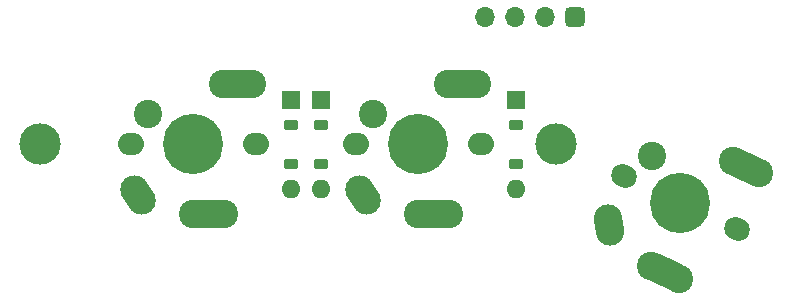
<source format=gbs>
G04 #@! TF.GenerationSoftware,KiCad,Pcbnew,7.0.5*
G04 #@! TF.CreationDate,2023-08-14T09:41:47+08:00*
G04 #@! TF.ProjectId,LT,4c542e6b-6963-4616-945f-706362585858,rev?*
G04 #@! TF.SameCoordinates,Original*
G04 #@! TF.FileFunction,Soldermask,Bot*
G04 #@! TF.FilePolarity,Negative*
%FSLAX46Y46*%
G04 Gerber Fmt 4.6, Leading zero omitted, Abs format (unit mm)*
G04 Created by KiCad (PCBNEW 7.0.5) date 2023-08-14 09:41:47*
%MOMM*%
%LPD*%
G01*
G04 APERTURE LIST*
G04 Aperture macros list*
%AMRoundRect*
0 Rectangle with rounded corners*
0 $1 Rounding radius*
0 $2 $3 $4 $5 $6 $7 $8 $9 X,Y pos of 4 corners*
0 Add a 4 corners polygon primitive as box body*
4,1,4,$2,$3,$4,$5,$6,$7,$8,$9,$2,$3,0*
0 Add four circle primitives for the rounded corners*
1,1,$1+$1,$2,$3*
1,1,$1+$1,$4,$5*
1,1,$1+$1,$6,$7*
1,1,$1+$1,$8,$9*
0 Add four rect primitives between the rounded corners*
20,1,$1+$1,$2,$3,$4,$5,0*
20,1,$1+$1,$4,$5,$6,$7,0*
20,1,$1+$1,$6,$7,$8,$9,0*
20,1,$1+$1,$8,$9,$2,$3,0*%
%AMHorizOval*
0 Thick line with rounded ends*
0 $1 width*
0 $2 $3 position (X,Y) of the first rounded end (center of the circle)*
0 $4 $5 position (X,Y) of the second rounded end (center of the circle)*
0 Add line between two ends*
20,1,$1,$2,$3,$4,$5,0*
0 Add two circle primitives to create the rounded ends*
1,1,$1,$2,$3*
1,1,$1,$4,$5*%
%AMOutline4P*
0 Free polygon, 4 corners , with rotation*
0 The origin of the aperture is its center*
0 number of corners: always 4*
0 $1 to $8 corner X, Y*
0 $9 Rotation angle, in degrees counterclockwise*
0 create outline with 4 corners*
4,1,4,$1,$2,$3,$4,$5,$6,$7,$8,$1,$2,$9*%
G04 Aperture macros list end*
%ADD10RoundRect,0.425000X-0.425000X0.425000X-0.425000X-0.425000X0.425000X-0.425000X0.425000X0.425000X0*%
%ADD11O,1.700000X1.700000*%
%ADD12C,3.500000*%
%ADD13HorizOval,1.900000X0.135946X-0.063393X-0.135946X0.063393X0*%
%ADD14C,5.100000*%
%ADD15HorizOval,2.400000X-0.083193X0.543672X0.083193X-0.543672X0*%
%ADD16C,2.400000*%
%ADD17Outline4P,-1.150000X-1.200000X1.150000X-1.200000X1.150000X1.200000X-1.150000X1.200000X335.000000*%
%ADD18Outline4P,-1.200000X-1.200000X1.200000X-1.200000X1.200000X1.200000X-1.200000X1.200000X335.000000*%
%ADD19O,2.200000X1.900000*%
%ADD20HorizOval,2.400000X-0.305164X0.457575X0.305164X-0.457575X0*%
%ADD21Outline4P,-1.150000X-1.200000X1.150000X-1.200000X1.150000X1.200000X-1.150000X1.200000X0.000000*%
%ADD22Outline4P,-1.200000X-1.200000X1.200000X-1.200000X1.200000X1.200000X-1.200000X1.200000X0.000000*%
%ADD23R,1.600000X1.600000*%
%ADD24RoundRect,0.225000X-0.375000X0.225000X-0.375000X-0.225000X0.375000X-0.225000X0.375000X0.225000X0*%
%ADD25O,1.600000X1.600000*%
G04 APERTURE END LIST*
D10*
X226490000Y-90650000D03*
D11*
X223950000Y-90650000D03*
X221410000Y-90650000D03*
X218870000Y-90650000D03*
D12*
X181115000Y-101450000D03*
D13*
X230569543Y-104128021D03*
D14*
X235372974Y-106367898D03*
D13*
X240176405Y-108607775D03*
D15*
X229317200Y-108233400D03*
D16*
X232993392Y-102455701D03*
X232879526Y-111715114D03*
D17*
X234057726Y-112264518D03*
D16*
X239830349Y-102819179D03*
X235235927Y-112813921D03*
D18*
X240945107Y-103338999D03*
D16*
X242059866Y-103858820D03*
D12*
X224820000Y-101450000D03*
D19*
X188840000Y-101450000D03*
D14*
X194140000Y-101450000D03*
D19*
X199440000Y-101450000D03*
D20*
X189440000Y-105700000D03*
D16*
X190330000Y-98910000D03*
X194140000Y-107350000D03*
D21*
X195440000Y-107350000D03*
D16*
X196680000Y-96350000D03*
X196740000Y-107350000D03*
D22*
X197910000Y-96350000D03*
D16*
X199140000Y-96350000D03*
D19*
X207890000Y-101450000D03*
D14*
X213190000Y-101450000D03*
D19*
X218490000Y-101450000D03*
D20*
X208490000Y-105700000D03*
D16*
X209380000Y-98910000D03*
X213190000Y-107350000D03*
D21*
X214490000Y-107350000D03*
D16*
X215730000Y-96350000D03*
X215790000Y-107350000D03*
D22*
X216960000Y-96350000D03*
D16*
X218190000Y-96350000D03*
D23*
X221445000Y-97650000D03*
D24*
X221445000Y-99800000D03*
X221445000Y-103100000D03*
D25*
X221445000Y-105250000D03*
D23*
X202395000Y-97650000D03*
D24*
X202395000Y-99800000D03*
X202395000Y-103100000D03*
D25*
X202395000Y-105250000D03*
D23*
X204935000Y-97650000D03*
D24*
X204935000Y-99800000D03*
X204935000Y-103100000D03*
D25*
X204935000Y-105250000D03*
M02*

</source>
